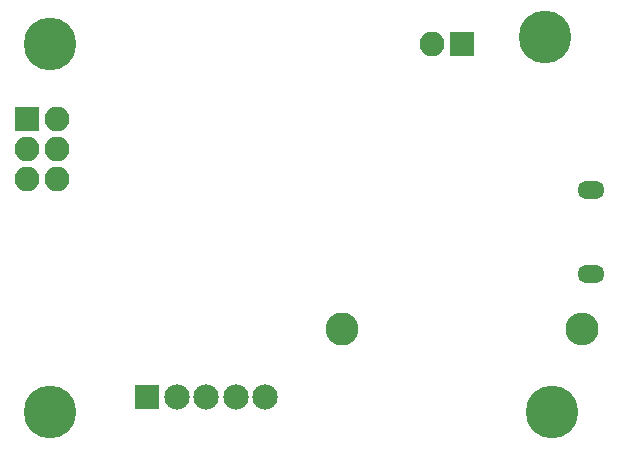
<source format=gbr>
G04 #@! TF.FileFunction,Soldermask,Bot*
%FSLAX46Y46*%
G04 Gerber Fmt 4.6, Leading zero omitted, Abs format (unit mm)*
G04 Created by KiCad (PCBNEW 4.0.7-e2-6376~58~ubuntu16.04.1) date Thu May  2 01:35:01 2019*
%MOMM*%
%LPD*%
G01*
G04 APERTURE LIST*
%ADD10C,0.100000*%
%ADD11C,4.464000*%
%ADD12R,2.100000X2.100000*%
%ADD13O,2.100000X2.100000*%
%ADD14C,2.800000*%
%ADD15O,2.800000X2.800000*%
%ADD16O,2.300000X1.500000*%
%ADD17R,2.150000X2.150000*%
%ADD18C,2.150000*%
G04 APERTURE END LIST*
D10*
D11*
X176530000Y-96615000D03*
X134620000Y-97250000D03*
X134620000Y-128365000D03*
D12*
X132715000Y-103600000D03*
D13*
X135255000Y-103600000D03*
X132715000Y-106140000D03*
X135255000Y-106140000D03*
X132715000Y-108680000D03*
X135255000Y-108680000D03*
D14*
X159385000Y-121380000D03*
D15*
X179705000Y-121380000D03*
D12*
X169545000Y-97250000D03*
D13*
X167005000Y-97250000D03*
D16*
X180470000Y-116705000D03*
X180470000Y-109565000D03*
D11*
X177165000Y-128365000D03*
D17*
X142875000Y-127095000D03*
D18*
X145375000Y-127095000D03*
X147875000Y-127095000D03*
X150375000Y-127095000D03*
X152875000Y-127095000D03*
M02*

</source>
